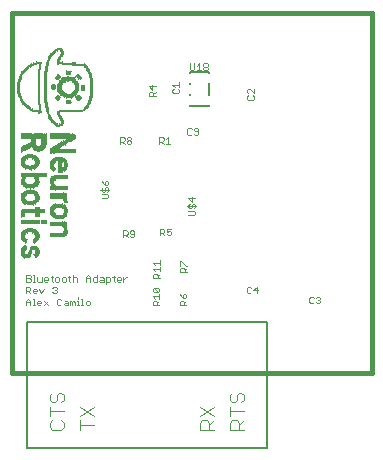
<source format=gto>
G75*
G70*
%OFA0B0*%
%FSLAX24Y24*%
%IPPOS*%
%LPD*%
%AMOC8*
5,1,8,0,0,1.08239X$1,22.5*
%
%ADD10C,0.0160*%
%ADD11R,0.0030X0.0420*%
%ADD12R,0.0030X0.0600*%
%ADD13R,0.0030X0.0750*%
%ADD14R,0.0030X0.0270*%
%ADD15R,0.0030X0.0240*%
%ADD16R,0.0030X0.0210*%
%ADD17R,0.0030X0.0180*%
%ADD18R,0.0030X0.0150*%
%ADD19R,0.0030X0.0120*%
%ADD20R,0.0030X0.0090*%
%ADD21R,0.0030X0.1230*%
%ADD22R,0.0030X0.1740*%
%ADD23R,0.0030X0.0300*%
%ADD24R,0.0030X0.1050*%
%ADD25R,0.0030X0.1410*%
%ADD26R,0.0030X0.1650*%
%ADD27R,0.0030X0.0360*%
%ADD28R,0.0030X0.0450*%
%ADD29R,0.0030X0.0330*%
%ADD30R,0.0030X0.0480*%
%ADD31R,0.0030X0.0390*%
%ADD32R,0.0030X0.0060*%
%ADD33R,0.0030X0.0030*%
%ADD34R,0.0030X0.0510*%
%ADD35R,0.0030X0.0540*%
%ADD36R,0.0030X0.0570*%
%ADD37R,0.0030X0.1080*%
%ADD38R,0.0030X0.0930*%
%ADD39R,0.0030X0.0660*%
%ADD40C,0.0020*%
%ADD41C,0.0060*%
%ADD42C,0.0050*%
%ADD43C,0.0040*%
D10*
X000195Y003985D02*
X000185Y015985D01*
X012185Y015985D01*
X012195Y003985D01*
X000195Y003985D01*
D11*
X000640Y008557D03*
X001030Y008557D03*
X001030Y009847D03*
X000580Y010447D03*
X000640Y011017D03*
X001030Y011017D03*
X001570Y010927D03*
X001390Y012817D03*
X001390Y014227D03*
X000400Y013507D03*
D12*
X000430Y013507D03*
X002320Y013507D03*
D13*
X000460Y013522D03*
D14*
X000490Y013822D03*
X001180Y014242D03*
X001810Y014422D03*
X001900Y014662D03*
X002440Y013522D03*
X002200Y011842D03*
X002170Y011842D03*
X001690Y011452D03*
X001660Y011452D03*
X001510Y010942D03*
X001090Y011032D03*
X001090Y009832D03*
X001510Y009382D03*
X002050Y009382D03*
X002050Y010942D03*
X001090Y008572D03*
X001090Y008032D03*
X000850Y008062D03*
X000820Y008002D03*
X000550Y008032D03*
X000550Y008572D03*
X000580Y009322D03*
X000610Y009322D03*
X000640Y009322D03*
D15*
X000550Y009307D03*
X000550Y009847D03*
X000550Y011017D03*
X001600Y011437D03*
X001630Y011437D03*
X002230Y011857D03*
X001900Y012367D03*
X001450Y012607D03*
X001750Y013507D03*
X001900Y013717D03*
X002290Y013717D03*
X001780Y014407D03*
X001450Y014437D03*
X000520Y013897D03*
X000490Y013207D03*
X002770Y012967D03*
X002050Y008707D03*
X000880Y008107D03*
X000790Y007957D03*
D16*
X000760Y007912D03*
X001930Y008932D03*
X001900Y009892D03*
X001630Y010192D03*
X001510Y010402D03*
X000970Y010252D03*
X000550Y010372D03*
X000610Y011482D03*
X000850Y011602D03*
X001030Y011482D03*
X001180Y011482D03*
X001570Y011422D03*
X001840Y012502D03*
X001780Y012622D03*
X001750Y013162D03*
X001600Y013522D03*
X001570Y013522D03*
X001750Y013852D03*
X001900Y013312D03*
X001930Y013282D03*
X002260Y013282D03*
X002290Y013312D03*
X002440Y013162D03*
X002440Y013852D03*
X002770Y014062D03*
X002740Y014122D03*
X002290Y011872D03*
X002260Y011872D03*
X001480Y012532D03*
X000520Y013132D03*
D17*
X000550Y013087D03*
X000580Y013027D03*
X000550Y013957D03*
X001480Y014497D03*
X001510Y014557D03*
X001750Y014377D03*
X001840Y014527D03*
X001780Y013867D03*
X001930Y013747D03*
X001960Y013777D03*
X001990Y013777D03*
X002080Y013807D03*
X002110Y013807D03*
X002230Y013777D03*
X002260Y013747D03*
X002530Y013507D03*
X002560Y013507D03*
X002590Y013507D03*
X002620Y013507D03*
X002650Y013507D03*
X002470Y013177D03*
X002410Y013147D03*
X002230Y013267D03*
X002200Y013237D03*
X002020Y013237D03*
X001960Y013267D03*
X001780Y013147D03*
X001720Y013177D03*
X001630Y013537D03*
X001510Y012487D03*
X001540Y012427D03*
X001540Y011887D03*
X001570Y011887D03*
X001600Y011887D03*
X001630Y011887D03*
X001660Y011887D03*
X001690Y011887D03*
X001720Y011887D03*
X001750Y011887D03*
X001780Y011887D03*
X001810Y011887D03*
X001840Y011887D03*
X001870Y011887D03*
X001900Y011887D03*
X001930Y011887D03*
X001960Y011887D03*
X001990Y011887D03*
X001990Y011677D03*
X001930Y011647D03*
X001870Y011617D03*
X001840Y011587D03*
X001540Y011407D03*
X001510Y011407D03*
X001660Y011107D03*
X001630Y011077D03*
X001900Y011107D03*
X001900Y010777D03*
X001660Y010507D03*
X001630Y010507D03*
X001660Y010177D03*
X001660Y009907D03*
X001690Y009907D03*
X001720Y009907D03*
X001750Y009907D03*
X001780Y009907D03*
X001810Y009907D03*
X001840Y009907D03*
X001870Y009907D03*
X001630Y009907D03*
X001600Y009907D03*
X001570Y009907D03*
X001540Y009907D03*
X001510Y009907D03*
X001660Y009547D03*
X001630Y009517D03*
X001630Y009247D03*
X001660Y009217D03*
X001930Y009217D03*
X001900Y008947D03*
X001930Y008617D03*
X001900Y009547D03*
X000970Y009997D03*
X000940Y010237D03*
X000850Y010207D03*
X000820Y010207D03*
X000700Y010237D03*
X000670Y010267D03*
X000700Y009997D03*
X000670Y009967D03*
X000670Y009697D03*
X000940Y009667D03*
X000970Y010567D03*
X000880Y010837D03*
X000970Y010867D03*
X000970Y011167D03*
X000910Y011197D03*
X000730Y011197D03*
X000670Y011167D03*
X000550Y011437D03*
X000580Y011467D03*
X000640Y011497D03*
X000670Y011497D03*
X000700Y011527D03*
X000730Y011527D03*
X000760Y011557D03*
X000790Y011557D03*
X000820Y011587D03*
X001060Y011467D03*
X001090Y011467D03*
X001120Y011467D03*
X001150Y011467D03*
X001150Y011887D03*
X001180Y011887D03*
X001120Y011887D03*
X001090Y011887D03*
X001060Y011887D03*
X001030Y011887D03*
X000850Y011887D03*
X000820Y011887D03*
X000790Y011887D03*
X000760Y011887D03*
X000730Y011887D03*
X000700Y011887D03*
X000670Y011887D03*
X000640Y011887D03*
X000610Y011887D03*
X000580Y011887D03*
X000550Y011887D03*
X000670Y010867D03*
X000670Y010567D03*
X001510Y011887D03*
X002740Y012907D03*
X002710Y014167D03*
X000910Y008737D03*
X000970Y008707D03*
X000970Y008407D03*
X000730Y008737D03*
X000670Y008707D03*
X000670Y008407D03*
X000670Y008167D03*
D18*
X000670Y007882D03*
X000700Y007882D03*
X000730Y007882D03*
X000910Y008152D03*
X000970Y008152D03*
X001120Y008032D03*
X001510Y008602D03*
X001540Y008602D03*
X001570Y008602D03*
X001600Y008602D03*
X001630Y008602D03*
X001660Y008602D03*
X001690Y008602D03*
X001720Y008602D03*
X001750Y008602D03*
X001780Y008602D03*
X001810Y008602D03*
X001840Y008602D03*
X001870Y008602D03*
X001900Y008602D03*
X001870Y008962D03*
X001840Y008962D03*
X001810Y008962D03*
X001780Y008962D03*
X001750Y008962D03*
X001720Y008962D03*
X001690Y008962D03*
X001660Y008962D03*
X001630Y008962D03*
X001600Y008962D03*
X001570Y008962D03*
X001540Y008962D03*
X001510Y008962D03*
X001360Y009022D03*
X001330Y009022D03*
X001300Y009022D03*
X001270Y009022D03*
X001240Y009022D03*
X001210Y009022D03*
X001120Y009022D03*
X001090Y009022D03*
X001060Y009022D03*
X001030Y009022D03*
X001000Y009022D03*
X000970Y009022D03*
X000940Y009022D03*
X000910Y009022D03*
X000880Y009022D03*
X000850Y009022D03*
X000820Y009022D03*
X000790Y009022D03*
X000760Y009022D03*
X000730Y009022D03*
X000700Y009022D03*
X000670Y009022D03*
X000640Y009022D03*
X000610Y009022D03*
X000580Y009022D03*
X000550Y009022D03*
X000700Y008722D03*
X000760Y008752D03*
X000790Y008752D03*
X000820Y008752D03*
X000850Y008752D03*
X000880Y008752D03*
X000940Y008722D03*
X000940Y009382D03*
X000970Y009382D03*
X000910Y009382D03*
X000880Y009382D03*
X000850Y009382D03*
X000820Y009382D03*
X000790Y009382D03*
X000760Y009382D03*
X000730Y009382D03*
X000700Y009382D03*
X000670Y009382D03*
X000730Y009652D03*
X000760Y009652D03*
X000790Y009652D03*
X000820Y009652D03*
X000850Y009652D03*
X000880Y009652D03*
X000910Y009652D03*
X000970Y009682D03*
X001120Y009832D03*
X001150Y009382D03*
X001180Y009382D03*
X001210Y009382D03*
X001240Y009382D03*
X001270Y009382D03*
X001300Y009382D03*
X001690Y009202D03*
X001720Y009202D03*
X001750Y009202D03*
X001780Y009202D03*
X001810Y009202D03*
X001840Y009202D03*
X001870Y009202D03*
X001900Y009202D03*
X002080Y009382D03*
X001930Y009532D03*
X001870Y009562D03*
X001840Y009562D03*
X001810Y009562D03*
X001780Y009562D03*
X001750Y009562D03*
X001720Y009562D03*
X001690Y009562D03*
X002050Y009922D03*
X002050Y010162D03*
X002080Y010162D03*
X002020Y010162D03*
X001990Y010162D03*
X001960Y010162D03*
X001930Y010162D03*
X001900Y010162D03*
X001870Y010162D03*
X001840Y010162D03*
X001810Y010162D03*
X001780Y010162D03*
X001750Y010162D03*
X001720Y010162D03*
X001690Y010162D03*
X001510Y010162D03*
X001690Y010522D03*
X001720Y010522D03*
X001750Y010522D03*
X001780Y010522D03*
X001810Y010522D03*
X001840Y010522D03*
X001870Y010522D03*
X001900Y010522D03*
X001930Y010522D03*
X001960Y010522D03*
X001990Y010522D03*
X002020Y010522D03*
X002050Y010522D03*
X002080Y010522D03*
X001930Y010792D03*
X002080Y010942D03*
X001930Y011092D03*
X001930Y011392D03*
X001960Y011392D03*
X001990Y011392D03*
X002020Y011392D03*
X002050Y011392D03*
X002080Y011392D03*
X002110Y011392D03*
X002140Y011392D03*
X002170Y011392D03*
X002200Y011392D03*
X002230Y011392D03*
X002260Y011392D03*
X002290Y011392D03*
X002320Y011392D03*
X002320Y011872D03*
X001960Y011662D03*
X001900Y011632D03*
X001900Y011392D03*
X001870Y011392D03*
X001840Y011392D03*
X001750Y011122D03*
X001720Y011122D03*
X001690Y011122D03*
X001630Y010792D03*
X001330Y010582D03*
X001300Y010582D03*
X001270Y010582D03*
X001240Y010582D03*
X001210Y010582D03*
X001180Y010582D03*
X001150Y010582D03*
X001120Y010582D03*
X000940Y010582D03*
X000910Y010582D03*
X000880Y010582D03*
X000850Y010582D03*
X000820Y010582D03*
X000790Y010582D03*
X000760Y010582D03*
X000730Y010582D03*
X000700Y010582D03*
X000790Y010822D03*
X000820Y010822D03*
X000850Y010822D03*
X000910Y010852D03*
X000940Y010852D03*
X000760Y010852D03*
X000730Y010852D03*
X000700Y010852D03*
X000700Y011182D03*
X000760Y011212D03*
X000790Y011212D03*
X000820Y011212D03*
X000850Y011212D03*
X000880Y011212D03*
X000940Y011182D03*
X000910Y010222D03*
X000880Y010222D03*
X000790Y010222D03*
X000760Y010222D03*
X000730Y010222D03*
X000730Y010012D03*
X000760Y010012D03*
X000790Y010012D03*
X000820Y010012D03*
X000850Y010012D03*
X000880Y010012D03*
X000910Y010012D03*
X000940Y010012D03*
X000700Y009682D03*
X002050Y008962D03*
X001630Y012322D03*
X001600Y012352D03*
X001570Y012382D03*
X001750Y012652D03*
X001930Y012352D03*
X002110Y013012D03*
X002110Y013222D03*
X002140Y013222D03*
X002170Y013222D03*
X002080Y013222D03*
X002050Y013222D03*
X001990Y013252D03*
X001660Y013522D03*
X001540Y013522D03*
X001720Y013852D03*
X002020Y013792D03*
X002050Y013792D03*
X002140Y013792D03*
X002170Y013792D03*
X002200Y013792D03*
X002170Y014002D03*
X002140Y014002D03*
X002110Y014002D03*
X002080Y014002D03*
X002050Y014002D03*
X002410Y013882D03*
X002470Y013852D03*
X002680Y014212D03*
X002710Y012862D03*
X001540Y014602D03*
X001570Y014632D03*
X000610Y014032D03*
X000580Y014002D03*
X000610Y012982D03*
X000640Y012952D03*
X000670Y012922D03*
X000700Y012892D03*
D19*
X000730Y012877D03*
X000760Y012847D03*
X000790Y012817D03*
X000850Y012787D03*
X000910Y012757D03*
X001090Y012697D03*
X001660Y012307D03*
X001690Y012277D03*
X001750Y012247D03*
X001810Y012247D03*
X002020Y013027D03*
X002050Y013027D03*
X002080Y013027D03*
X002140Y013027D03*
X002170Y013027D03*
X002380Y013147D03*
X002500Y013177D03*
X002680Y012817D03*
X002650Y012787D03*
X002500Y013837D03*
X002650Y014227D03*
X002620Y014257D03*
X002350Y014287D03*
X002320Y014287D03*
X002290Y014287D03*
X002260Y014287D03*
X002230Y014287D03*
X001900Y014317D03*
X001930Y014677D03*
X001840Y014767D03*
X001720Y014767D03*
X001660Y014737D03*
X001630Y014707D03*
X001600Y014677D03*
X002020Y014017D03*
X001810Y013867D03*
X001690Y013837D03*
X001690Y013177D03*
X001810Y013147D03*
X001030Y014317D03*
X000940Y014287D03*
X000880Y014257D03*
X000820Y014227D03*
X000760Y014197D03*
X000730Y014167D03*
X000700Y014137D03*
X000670Y014107D03*
X000640Y014077D03*
X001120Y011017D03*
X001360Y010597D03*
X002050Y009727D03*
X002080Y008707D03*
X001120Y008557D03*
X000940Y008407D03*
X000940Y008167D03*
X000700Y008167D03*
X000700Y008407D03*
X000550Y010597D03*
D20*
X001120Y010372D03*
X001660Y010792D03*
X001780Y012232D03*
X001840Y012262D03*
X001720Y012262D03*
X001840Y012712D03*
X001870Y012712D03*
X001900Y012712D03*
X001930Y012712D03*
X001960Y012712D03*
X001990Y012712D03*
X002020Y012742D03*
X002050Y012742D03*
X002080Y012742D03*
X002110Y012742D03*
X002140Y012742D03*
X002170Y012742D03*
X002200Y012742D03*
X002230Y012742D03*
X002260Y012742D03*
X002290Y012742D03*
X002320Y012742D03*
X002350Y012742D03*
X002380Y012742D03*
X002410Y012742D03*
X002440Y012742D03*
X002470Y012742D03*
X002500Y012742D03*
X002530Y012742D03*
X002560Y012742D03*
X002590Y012772D03*
X002620Y012772D03*
X002380Y013882D03*
X002380Y014272D03*
X002410Y014272D03*
X002440Y014272D03*
X002470Y014272D03*
X002500Y014272D03*
X002530Y014272D03*
X002560Y014272D03*
X002590Y014272D03*
X002200Y014302D03*
X002170Y014302D03*
X002140Y014302D03*
X002110Y014302D03*
X002080Y014302D03*
X002050Y014302D03*
X002020Y014302D03*
X001990Y014302D03*
X001960Y014302D03*
X001930Y014302D03*
X001870Y014332D03*
X001840Y014332D03*
X001690Y014752D03*
X001750Y014782D03*
X001780Y014782D03*
X001810Y014782D03*
X001210Y014332D03*
X001090Y014332D03*
X001060Y014332D03*
X001000Y014302D03*
X000970Y014302D03*
X000910Y014272D03*
X000850Y014242D03*
X000790Y014212D03*
X000820Y012802D03*
X000880Y012772D03*
X000940Y012742D03*
X000970Y012742D03*
X001000Y012712D03*
X001030Y012712D03*
X001060Y012712D03*
X001210Y012682D03*
X000970Y007912D03*
D21*
X001090Y013522D03*
D22*
X001120Y013507D03*
X001150Y013507D03*
D23*
X001180Y012787D03*
X001420Y012697D03*
X001810Y012607D03*
X002110Y011827D03*
X002140Y011827D03*
X001750Y011467D03*
X001720Y011467D03*
X001930Y009847D03*
X002800Y013057D03*
X002800Y013957D03*
X001870Y014647D03*
X001420Y014347D03*
D24*
X001300Y013522D03*
D25*
X001330Y013522D03*
D26*
X001360Y013522D03*
D27*
X001780Y013507D03*
X002020Y011797D03*
X001810Y011497D03*
X001540Y010927D03*
X001060Y011017D03*
X001060Y009847D03*
X001060Y009367D03*
X001090Y009367D03*
X001120Y009367D03*
X001030Y009367D03*
X001000Y009367D03*
X001060Y008557D03*
X002020Y009367D03*
D28*
X001960Y009382D03*
X001600Y009382D03*
X001540Y010312D03*
X001960Y010942D03*
X001000Y011032D03*
X001030Y010432D03*
X001060Y010432D03*
X000610Y010432D03*
X000640Y009832D03*
X001000Y009832D03*
X001000Y008572D03*
X000640Y008032D03*
X000880Y011752D03*
X001810Y013522D03*
D29*
X001870Y012382D03*
X002050Y011812D03*
X002080Y011812D03*
X001780Y011482D03*
X002020Y010942D03*
X002020Y009832D03*
X001990Y009832D03*
X001960Y009832D03*
X001540Y009382D03*
X001060Y008032D03*
X000580Y008032D03*
X000580Y008572D03*
X000580Y009832D03*
X000580Y011032D03*
D30*
X000640Y010417D03*
X001000Y010417D03*
X001570Y010327D03*
X001600Y010327D03*
X001600Y010927D03*
X001330Y011737D03*
X000910Y011737D03*
X002380Y013507D03*
X002020Y008797D03*
X001990Y008797D03*
D31*
X001990Y009382D03*
X001570Y009382D03*
X001090Y010462D03*
X000610Y011032D03*
X000610Y009832D03*
X000610Y008572D03*
X000610Y008032D03*
X001000Y008032D03*
X001030Y008032D03*
X001990Y010942D03*
X001360Y011782D03*
X002410Y013522D03*
D32*
X002530Y013177D03*
X002530Y013837D03*
X002350Y013867D03*
X001840Y013867D03*
X001660Y013837D03*
X001660Y013177D03*
X002080Y009697D03*
D33*
X000940Y007912D03*
X000730Y008422D03*
X002200Y012982D03*
X002350Y013162D03*
X001840Y013162D03*
X002200Y014032D03*
D34*
X001300Y011722D03*
X001780Y010942D03*
X001810Y010942D03*
X001840Y010942D03*
X001870Y010942D03*
X001960Y008782D03*
D35*
X001270Y011707D03*
X000940Y011707D03*
X001840Y013507D03*
X002350Y013507D03*
D36*
X001870Y013522D03*
X001240Y011692D03*
X001210Y011692D03*
X001000Y011692D03*
X000970Y011692D03*
D37*
X002830Y013507D03*
D38*
X002860Y013522D03*
D39*
X002890Y013507D03*
D40*
X003805Y011855D02*
X003805Y011635D01*
X003805Y011708D02*
X003916Y011708D01*
X003952Y011745D01*
X003952Y011819D01*
X003916Y011855D01*
X003805Y011855D01*
X003879Y011708D02*
X003952Y011635D01*
X004026Y011672D02*
X004026Y011708D01*
X004063Y011745D01*
X004136Y011745D01*
X004173Y011708D01*
X004173Y011672D01*
X004136Y011635D01*
X004063Y011635D01*
X004026Y011672D01*
X004063Y011745D02*
X004026Y011782D01*
X004026Y011819D01*
X004063Y011855D01*
X004136Y011855D01*
X004173Y011819D01*
X004173Y011782D01*
X004136Y011745D01*
X003369Y010404D02*
X003405Y010367D01*
X003405Y010294D01*
X003369Y010257D01*
X003295Y010257D01*
X003295Y010367D01*
X003332Y010404D01*
X003369Y010404D01*
X003222Y010330D02*
X003295Y010257D01*
X003332Y010183D02*
X003295Y010146D01*
X003295Y010073D01*
X003259Y010036D01*
X003222Y010036D01*
X003185Y010073D01*
X003185Y010146D01*
X003222Y010183D01*
X003149Y010109D02*
X003442Y010109D01*
X003405Y010073D02*
X003405Y010146D01*
X003369Y010183D01*
X003332Y010183D01*
X003405Y010073D02*
X003369Y010036D01*
X003369Y009962D02*
X003185Y009962D01*
X003185Y009815D02*
X003369Y009815D01*
X003405Y009852D01*
X003405Y009925D01*
X003369Y009962D01*
X003222Y010330D02*
X003185Y010404D01*
X003905Y008745D02*
X004016Y008745D01*
X004052Y008709D01*
X004052Y008635D01*
X004016Y008598D01*
X003905Y008598D01*
X003905Y008525D02*
X003905Y008745D01*
X003979Y008598D02*
X004052Y008525D01*
X004126Y008562D02*
X004163Y008525D01*
X004236Y008525D01*
X004273Y008562D01*
X004273Y008709D01*
X004236Y008745D01*
X004163Y008745D01*
X004126Y008709D01*
X004126Y008672D01*
X004163Y008635D01*
X004273Y008635D01*
X004905Y007677D02*
X004979Y007604D01*
X004905Y007677D02*
X005125Y007677D01*
X005125Y007604D02*
X005125Y007751D01*
X005125Y007530D02*
X005125Y007383D01*
X005125Y007456D02*
X004905Y007456D01*
X004979Y007383D01*
X005015Y007309D02*
X005052Y007272D01*
X005052Y007162D01*
X005125Y007162D02*
X004905Y007162D01*
X004905Y007272D01*
X004942Y007309D01*
X005015Y007309D01*
X005052Y007235D02*
X005125Y007309D01*
X005069Y006841D02*
X004922Y006841D01*
X005069Y006694D01*
X005105Y006731D01*
X005105Y006804D01*
X005069Y006841D01*
X005069Y006694D02*
X004922Y006694D01*
X004885Y006731D01*
X004885Y006804D01*
X004922Y006841D01*
X005105Y006620D02*
X005105Y006473D01*
X005105Y006546D02*
X004885Y006546D01*
X004959Y006473D01*
X004995Y006399D02*
X005032Y006362D01*
X005032Y006252D01*
X005105Y006252D02*
X004885Y006252D01*
X004885Y006362D01*
X004922Y006399D01*
X004995Y006399D01*
X005032Y006325D02*
X005105Y006399D01*
X005785Y006373D02*
X005822Y006410D01*
X005895Y006410D01*
X005932Y006373D01*
X005932Y006263D01*
X006005Y006263D02*
X005785Y006263D01*
X005785Y006373D01*
X005932Y006336D02*
X006005Y006410D01*
X005969Y006484D02*
X006005Y006521D01*
X006005Y006594D01*
X005969Y006631D01*
X005932Y006631D01*
X005895Y006594D01*
X005895Y006484D01*
X005969Y006484D01*
X005895Y006484D02*
X005822Y006557D01*
X005785Y006631D01*
X005805Y007353D02*
X005805Y007463D01*
X005842Y007500D01*
X005915Y007500D01*
X005952Y007463D01*
X005952Y007353D01*
X006025Y007353D02*
X005805Y007353D01*
X005952Y007426D02*
X006025Y007500D01*
X006025Y007574D02*
X005989Y007574D01*
X005842Y007721D01*
X005805Y007721D01*
X005805Y007574D01*
X005465Y008585D02*
X005391Y008585D01*
X005354Y008622D01*
X005354Y008695D02*
X005428Y008732D01*
X005465Y008732D01*
X005501Y008695D01*
X005501Y008622D01*
X005465Y008585D01*
X005354Y008695D02*
X005354Y008805D01*
X005501Y008805D01*
X005280Y008769D02*
X005280Y008695D01*
X005244Y008658D01*
X005133Y008658D01*
X005133Y008585D02*
X005133Y008805D01*
X005244Y008805D01*
X005280Y008769D01*
X005207Y008658D02*
X005280Y008585D01*
X006083Y009262D02*
X006266Y009262D01*
X006303Y009299D01*
X006303Y009372D01*
X006266Y009409D01*
X006083Y009409D01*
X006119Y009483D02*
X006083Y009520D01*
X006083Y009593D01*
X006119Y009630D01*
X006193Y009593D02*
X006229Y009630D01*
X006266Y009630D01*
X006303Y009593D01*
X006303Y009520D01*
X006266Y009483D01*
X006193Y009520D02*
X006156Y009483D01*
X006119Y009483D01*
X006193Y009520D02*
X006193Y009593D01*
X006193Y009704D02*
X006083Y009814D01*
X006303Y009814D01*
X006193Y009851D02*
X006193Y009704D01*
X006046Y009556D02*
X006340Y009556D01*
X005473Y011635D02*
X005326Y011635D01*
X005252Y011635D02*
X005179Y011708D01*
X005216Y011708D02*
X005105Y011708D01*
X005105Y011635D02*
X005105Y011855D01*
X005216Y011855D01*
X005252Y011819D01*
X005252Y011745D01*
X005216Y011708D01*
X005326Y011782D02*
X005400Y011855D01*
X005400Y011635D01*
X006043Y011972D02*
X006080Y011935D01*
X006154Y011935D01*
X006190Y011972D01*
X006264Y011972D02*
X006301Y011935D01*
X006375Y011935D01*
X006411Y011972D01*
X006411Y012119D01*
X006375Y012155D01*
X006301Y012155D01*
X006264Y012119D01*
X006264Y012082D01*
X006301Y012045D01*
X006411Y012045D01*
X006190Y012119D02*
X006154Y012155D01*
X006080Y012155D01*
X006043Y012119D01*
X006043Y011972D01*
X005733Y013313D02*
X005586Y013313D01*
X005549Y013349D01*
X005549Y013423D01*
X005586Y013459D01*
X005623Y013534D02*
X005549Y013607D01*
X005770Y013607D01*
X005770Y013534D02*
X005770Y013680D01*
X005733Y013459D02*
X005770Y013423D01*
X005770Y013349D01*
X005733Y013313D01*
X006169Y014095D02*
X006243Y014095D01*
X006279Y014132D01*
X006279Y014315D01*
X006353Y014242D02*
X006427Y014315D01*
X006427Y014095D01*
X006500Y014095D02*
X006353Y014095D01*
X006169Y014095D02*
X006132Y014132D01*
X006132Y014315D01*
X006574Y014279D02*
X006574Y014242D01*
X006611Y014205D01*
X006685Y014205D01*
X006721Y014168D01*
X006721Y014132D01*
X006685Y014095D01*
X006611Y014095D01*
X006574Y014132D01*
X006574Y014168D01*
X006611Y014205D01*
X006685Y014205D02*
X006721Y014242D01*
X006721Y014279D01*
X006685Y014315D01*
X006611Y014315D01*
X006574Y014279D01*
X008045Y013432D02*
X008045Y013358D01*
X008081Y013322D01*
X008081Y013248D02*
X008045Y013211D01*
X008045Y013137D01*
X008081Y013101D01*
X008228Y013101D01*
X008265Y013137D01*
X008265Y013211D01*
X008228Y013248D01*
X008265Y013322D02*
X008118Y013469D01*
X008081Y013469D01*
X008045Y013432D01*
X008265Y013469D02*
X008265Y013322D01*
X004988Y013369D02*
X004915Y013296D01*
X004915Y013333D02*
X004915Y013222D01*
X004988Y013222D02*
X004768Y013222D01*
X004768Y013333D01*
X004804Y013369D01*
X004878Y013369D01*
X004915Y013333D01*
X004878Y013443D02*
X004878Y013590D01*
X004988Y013554D02*
X004768Y013554D01*
X004878Y013443D01*
X004027Y007182D02*
X003990Y007182D01*
X003917Y007108D01*
X003917Y007035D02*
X003917Y007182D01*
X003842Y007145D02*
X003842Y007108D01*
X003696Y007108D01*
X003696Y007072D02*
X003696Y007145D01*
X003732Y007182D01*
X003806Y007182D01*
X003842Y007145D01*
X003806Y007035D02*
X003732Y007035D01*
X003696Y007072D01*
X003622Y007035D02*
X003585Y007072D01*
X003585Y007219D01*
X003548Y007182D02*
X003622Y007182D01*
X003474Y007145D02*
X003474Y007072D01*
X003437Y007035D01*
X003327Y007035D01*
X003327Y006962D02*
X003327Y007182D01*
X003437Y007182D01*
X003474Y007145D01*
X003253Y007145D02*
X003253Y007035D01*
X003143Y007035D01*
X003106Y007072D01*
X003143Y007108D01*
X003253Y007108D01*
X003253Y007145D02*
X003216Y007182D01*
X003143Y007182D01*
X003032Y007182D02*
X002922Y007182D01*
X002885Y007145D01*
X002885Y007072D01*
X002922Y007035D01*
X003032Y007035D01*
X003032Y007255D01*
X002811Y007182D02*
X002811Y007035D01*
X002811Y007145D02*
X002664Y007145D01*
X002664Y007182D02*
X002738Y007255D01*
X002811Y007182D01*
X002664Y007182D02*
X002664Y007035D01*
X002369Y007035D02*
X002369Y007145D01*
X002332Y007182D01*
X002259Y007182D01*
X002222Y007145D01*
X002148Y007182D02*
X002075Y007182D01*
X002112Y007219D02*
X002112Y007072D01*
X002148Y007035D01*
X002222Y007035D02*
X002222Y007255D01*
X002001Y007145D02*
X002001Y007072D01*
X001964Y007035D01*
X001891Y007035D01*
X001854Y007072D01*
X001854Y007145D01*
X001891Y007182D01*
X001964Y007182D01*
X002001Y007145D01*
X001780Y007145D02*
X001780Y007072D01*
X001743Y007035D01*
X001670Y007035D01*
X001633Y007072D01*
X001633Y007145D01*
X001670Y007182D01*
X001743Y007182D01*
X001780Y007145D01*
X001559Y007182D02*
X001486Y007182D01*
X001522Y007219D02*
X001522Y007072D01*
X001559Y007035D01*
X001411Y007108D02*
X001411Y007145D01*
X001375Y007182D01*
X001301Y007182D01*
X001265Y007145D01*
X001265Y007072D01*
X001301Y007035D01*
X001375Y007035D01*
X001411Y007108D02*
X001265Y007108D01*
X001191Y007035D02*
X001191Y007182D01*
X001191Y007035D02*
X001080Y007035D01*
X001044Y007072D01*
X001044Y007182D01*
X000933Y007255D02*
X000933Y007035D01*
X000896Y007035D02*
X000970Y007035D01*
X000822Y007072D02*
X000786Y007035D01*
X000675Y007035D01*
X000675Y007255D01*
X000786Y007255D01*
X000822Y007219D01*
X000822Y007182D01*
X000786Y007145D01*
X000675Y007145D01*
X000786Y007145D02*
X000822Y007108D01*
X000822Y007072D01*
X000896Y007255D02*
X000933Y007255D01*
X000776Y006865D02*
X000665Y006865D01*
X000665Y006645D01*
X000665Y006718D02*
X000776Y006718D01*
X000812Y006755D01*
X000812Y006829D01*
X000776Y006865D01*
X000739Y006718D02*
X000812Y006645D01*
X000886Y006682D02*
X000886Y006755D01*
X000923Y006792D01*
X000996Y006792D01*
X001033Y006755D01*
X001033Y006718D01*
X000886Y006718D01*
X000886Y006682D02*
X000923Y006645D01*
X000996Y006645D01*
X001107Y006792D02*
X001181Y006645D01*
X001254Y006792D01*
X001255Y006402D02*
X001401Y006255D01*
X001255Y006255D02*
X001401Y006402D01*
X001586Y006645D02*
X001549Y006682D01*
X001586Y006645D02*
X001659Y006645D01*
X001696Y006682D01*
X001696Y006718D01*
X001659Y006755D01*
X001623Y006755D01*
X001659Y006755D02*
X001696Y006792D01*
X001696Y006829D01*
X001659Y006865D01*
X001586Y006865D01*
X001549Y006829D01*
X001733Y006475D02*
X001697Y006439D01*
X001697Y006292D01*
X001733Y006255D01*
X001807Y006255D01*
X001843Y006292D01*
X001918Y006292D02*
X001954Y006328D01*
X002064Y006328D01*
X002064Y006365D02*
X002064Y006255D01*
X001954Y006255D01*
X001918Y006292D01*
X001954Y006402D02*
X002028Y006402D01*
X002064Y006365D01*
X002139Y006402D02*
X002139Y006255D01*
X002212Y006255D02*
X002212Y006365D01*
X002249Y006402D01*
X002285Y006365D01*
X002285Y006255D01*
X002360Y006255D02*
X002433Y006255D01*
X002396Y006255D02*
X002396Y006402D01*
X002360Y006402D01*
X002396Y006475D02*
X002396Y006512D01*
X002507Y006475D02*
X002544Y006475D01*
X002544Y006255D01*
X002580Y006255D02*
X002507Y006255D01*
X002654Y006292D02*
X002691Y006255D01*
X002764Y006255D01*
X002801Y006292D01*
X002801Y006365D01*
X002764Y006402D01*
X002691Y006402D01*
X002654Y006365D01*
X002654Y006292D01*
X002212Y006365D02*
X002175Y006402D01*
X002139Y006402D01*
X001843Y006439D02*
X001807Y006475D01*
X001733Y006475D01*
X001181Y006365D02*
X001181Y006328D01*
X001034Y006328D01*
X001034Y006292D02*
X001034Y006365D01*
X001070Y006402D01*
X001144Y006402D01*
X001181Y006365D01*
X001144Y006255D02*
X001070Y006255D01*
X001034Y006292D01*
X000960Y006255D02*
X000886Y006255D01*
X000923Y006255D02*
X000923Y006475D01*
X000886Y006475D01*
X000812Y006402D02*
X000812Y006255D01*
X000812Y006365D02*
X000665Y006365D01*
X000665Y006402D02*
X000665Y006255D01*
X000665Y006402D02*
X000739Y006475D01*
X000812Y006402D01*
X008025Y006692D02*
X008062Y006655D01*
X008136Y006655D01*
X008172Y006692D01*
X008246Y006765D02*
X008393Y006765D01*
X008356Y006655D02*
X008356Y006875D01*
X008246Y006765D01*
X008172Y006839D02*
X008136Y006875D01*
X008062Y006875D01*
X008025Y006839D01*
X008025Y006692D01*
X010115Y006499D02*
X010115Y006352D01*
X010152Y006315D01*
X010226Y006315D01*
X010262Y006352D01*
X010336Y006352D02*
X010373Y006315D01*
X010446Y006315D01*
X010483Y006352D01*
X010483Y006388D01*
X010446Y006425D01*
X010410Y006425D01*
X010446Y006425D02*
X010483Y006462D01*
X010483Y006499D01*
X010446Y006535D01*
X010373Y006535D01*
X010336Y006499D01*
X010262Y006499D02*
X010226Y006535D01*
X010152Y006535D01*
X010115Y006499D01*
D41*
X006774Y012895D02*
X006774Y012932D01*
X006774Y012895D02*
X006136Y012895D01*
X006136Y012932D01*
X006136Y013249D02*
X006136Y013287D01*
X006136Y013623D02*
X006136Y013661D01*
X006136Y013978D02*
X006136Y014015D01*
X006774Y014015D01*
X006774Y013978D01*
X006774Y013661D02*
X006774Y013249D01*
D42*
X008695Y001485D02*
X000695Y001485D01*
X000695Y005685D01*
X008695Y005685D01*
X008695Y001485D01*
D43*
X007925Y002105D02*
X007465Y002105D01*
X007465Y002335D01*
X007542Y002412D01*
X007695Y002412D01*
X007772Y002335D01*
X007772Y002105D01*
X007772Y002335D01*
X007695Y002412D01*
X007542Y002412D01*
X007465Y002335D01*
X007465Y002105D01*
X007925Y002105D01*
X007772Y002258D02*
X007925Y002412D01*
X007772Y002258D01*
X007465Y002565D02*
X007465Y002872D01*
X007465Y002565D01*
X007465Y002719D02*
X007925Y002719D01*
X007465Y002719D01*
X007542Y003026D02*
X007619Y003026D01*
X007695Y003102D01*
X007695Y003256D01*
X007772Y003333D01*
X007849Y003333D01*
X007925Y003256D01*
X007925Y003102D01*
X007849Y003026D01*
X007925Y003102D01*
X007925Y003256D01*
X007849Y003333D01*
X007772Y003333D01*
X007695Y003256D01*
X007695Y003102D01*
X007619Y003026D01*
X007542Y003026D01*
X007465Y003102D01*
X007465Y003256D01*
X007542Y003333D01*
X007465Y003256D01*
X007465Y003102D01*
X007542Y003026D01*
X006925Y002872D02*
X006465Y002565D01*
X006542Y002412D02*
X006465Y002335D01*
X006465Y002105D01*
X006925Y002105D01*
X006772Y002258D02*
X006925Y002412D01*
X006925Y002565D02*
X006465Y002872D01*
X006542Y002412D02*
X006695Y002412D01*
X006772Y002335D01*
X006772Y002105D01*
X002925Y002258D02*
X002465Y002258D01*
X002465Y002105D02*
X002465Y002412D01*
X002465Y002565D02*
X002925Y002872D01*
X002925Y002565D02*
X002465Y002872D01*
X001925Y002719D02*
X001465Y002719D01*
X001465Y002872D02*
X001465Y002565D01*
X001542Y002412D02*
X001465Y002335D01*
X001465Y002182D01*
X001542Y002105D01*
X001849Y002105D01*
X001925Y002182D01*
X001925Y002335D01*
X001849Y002412D01*
X001849Y003026D02*
X001925Y003102D01*
X001925Y003256D01*
X001849Y003333D01*
X001772Y003333D01*
X001695Y003256D01*
X001695Y003102D01*
X001619Y003026D01*
X001542Y003026D01*
X001465Y003102D01*
X001465Y003256D01*
X001542Y003333D01*
M02*

</source>
